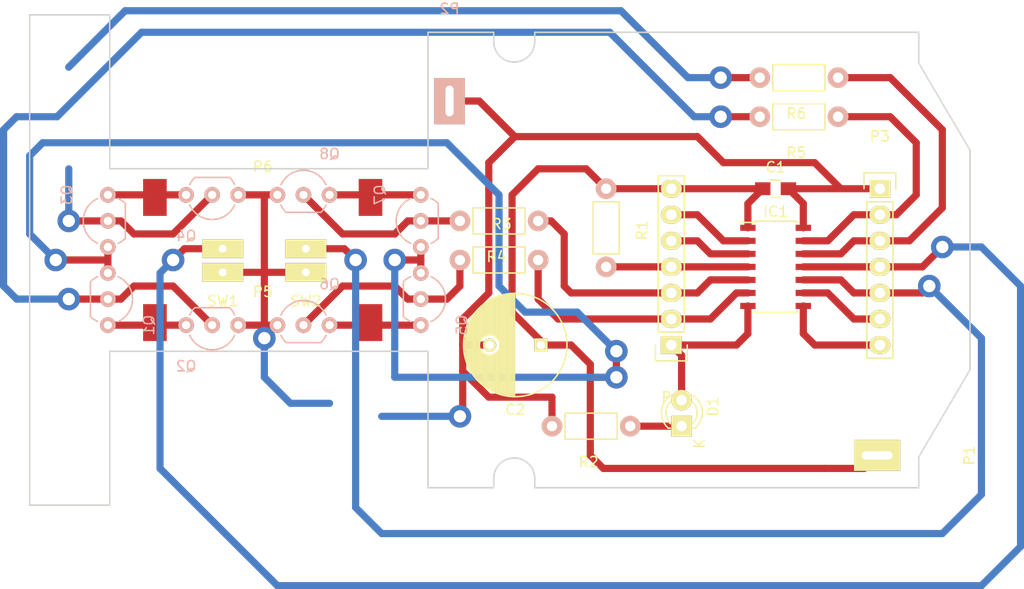
<source format=kicad_pcb>
(kicad_pcb (version 4) (host pcbnew 4.0.2+dfsg1-stable)

  (general
    (links 57)
    (no_connects 2)
    (area 61.209999 50.975 161.770002 109.300002)
    (thickness 1.6)
    (drawings 24)
    (tracks 226)
    (zones 0)
    (modules 26)
    (nets 24)
  )

  (page A4)
  (layers
    (0 F.Cu signal)
    (31 B.Cu jumper)
    (32 B.Adhes user)
    (33 F.Adhes user)
    (34 B.Paste user)
    (35 F.Paste user)
    (36 B.SilkS user)
    (37 F.SilkS user)
    (38 B.Mask user)
    (39 F.Mask user)
    (40 Dwgs.User user)
    (41 Cmts.User user)
    (42 Eco1.User user)
    (43 Eco2.User user)
    (44 Edge.Cuts user)
    (45 Margin user)
    (46 B.CrtYd user)
    (47 F.CrtYd user)
    (48 B.Fab user)
    (49 F.Fab user)
  )

  (setup
    (last_trace_width 0.7)
    (trace_clearance 0.4)
    (zone_clearance 0.508)
    (zone_45_only no)
    (trace_min 0.2)
    (segment_width 0.2)
    (edge_width 0.15)
    (via_size 2.2)
    (via_drill 1.2)
    (via_min_size 0.4)
    (via_min_drill 0.3)
    (uvia_size 0.3)
    (uvia_drill 0.1)
    (uvias_allowed no)
    (uvia_min_size 0.2)
    (uvia_min_drill 0.1)
    (pcb_text_width 0.3)
    (pcb_text_size 1.5 1.5)
    (mod_edge_width 0.15)
    (mod_text_size 1 1)
    (mod_text_width 0.15)
    (pad_size 1.524 1.524)
    (pad_drill 0.762)
    (pad_to_mask_clearance 0.2)
    (aux_axis_origin 64.5 76.8)
    (grid_origin 64.5 76.8)
    (visible_elements FFFEFF7F)
    (pcbplotparams
      (layerselection 0x01000_00000001)
      (usegerberextensions false)
      (excludeedgelayer true)
      (linewidth 0.100000)
      (plotframeref false)
      (viasonmask false)
      (mode 1)
      (useauxorigin true)
      (hpglpennumber 1)
      (hpglpenspeed 20)
      (hpglpendiameter 15)
      (hpglpenoverlay 2)
      (psnegative false)
      (psa4output false)
      (plotreference true)
      (plotvalue true)
      (plotinvisibletext false)
      (padsonsilk false)
      (subtractmaskfromsilk false)
      (outputformat 1)
      (mirror false)
      (drillshape 0)
      (scaleselection 1)
      (outputdirectory gerber/))
  )

  (net 0 "")
  (net 1 VCC)
  (net 2 GND)
  (net 3 "Net-(D1-Pad1)")
  (net 4 /LED)
  (net 5 "Net-(IC1-Pad2)")
  (net 6 "Net-(IC1-Pad3)")
  (net 7 "Net-(IC1-Pad4)")
  (net 8 /MOT2A)
  (net 9 /MOT1A)
  (net 10 "Net-(IC1-Pad8)")
  (net 11 /SW_BUMP)
  (net 12 /SW_PLAY)
  (net 13 /SW_PWR)
  (net 14 /MOT2B)
  (net 15 /MOT1B)
  (net 16 "Net-(Q1-Pad2)")
  (net 17 "Net-(P5-Pad2)")
  (net 18 "Net-(Q3-Pad2)")
  (net 19 "Net-(P6-Pad2)")
  (net 20 "Net-(Q5-Pad2)")
  (net 21 "Net-(P5-Pad1)")
  (net 22 "Net-(Q7-Pad2)")
  (net 23 "Net-(P6-Pad1)")

  (net_class Default "This is the default net class."
    (clearance 0.4)
    (trace_width 0.7)
    (via_dia 2.2)
    (via_drill 1.2)
    (uvia_dia 0.3)
    (uvia_drill 0.1)
    (add_net /LED)
    (add_net /MOT1A)
    (add_net /MOT1B)
    (add_net /MOT2A)
    (add_net /MOT2B)
    (add_net /SW_BUMP)
    (add_net /SW_PLAY)
    (add_net /SW_PWR)
    (add_net GND)
    (add_net "Net-(D1-Pad1)")
    (add_net "Net-(IC1-Pad2)")
    (add_net "Net-(IC1-Pad3)")
    (add_net "Net-(IC1-Pad4)")
    (add_net "Net-(IC1-Pad8)")
    (add_net "Net-(P5-Pad1)")
    (add_net "Net-(P5-Pad2)")
    (add_net "Net-(P6-Pad1)")
    (add_net "Net-(P6-Pad2)")
    (add_net "Net-(Q1-Pad2)")
    (add_net "Net-(Q3-Pad2)")
    (add_net "Net-(Q5-Pad2)")
    (add_net "Net-(Q7-Pad2)")
    (add_net VCC)
  )

  (module Pin_Headers:Pin_Header_Straight_1x07 (layer F.Cu) (tedit 0) (tstamp 571F6CB5)
    (at 127 85.09 180)
    (descr "Through hole pin header")
    (tags "pin header")
    (path /571F89D0)
    (fp_text reference P4 (at 0 -5.1 180) (layer F.SilkS)
      (effects (font (size 1 1) (thickness 0.15)))
    )
    (fp_text value CONN_01X07 (at 0 -3.1 180) (layer F.Fab)
      (effects (font (size 1 1) (thickness 0.15)))
    )
    (fp_line (start -1.75 -1.75) (end -1.75 17) (layer F.CrtYd) (width 0.05))
    (fp_line (start 1.75 -1.75) (end 1.75 17) (layer F.CrtYd) (width 0.05))
    (fp_line (start -1.75 -1.75) (end 1.75 -1.75) (layer F.CrtYd) (width 0.05))
    (fp_line (start -1.75 17) (end 1.75 17) (layer F.CrtYd) (width 0.05))
    (fp_line (start 1.27 1.27) (end 1.27 16.51) (layer F.SilkS) (width 0.15))
    (fp_line (start 1.27 16.51) (end -1.27 16.51) (layer F.SilkS) (width 0.15))
    (fp_line (start -1.27 16.51) (end -1.27 1.27) (layer F.SilkS) (width 0.15))
    (fp_line (start 1.55 -1.55) (end 1.55 0) (layer F.SilkS) (width 0.15))
    (fp_line (start 1.27 1.27) (end -1.27 1.27) (layer F.SilkS) (width 0.15))
    (fp_line (start -1.55 0) (end -1.55 -1.55) (layer F.SilkS) (width 0.15))
    (fp_line (start -1.55 -1.55) (end 1.55 -1.55) (layer F.SilkS) (width 0.15))
    (pad 1 thru_hole rect (at 0 0 180) (size 2.032 1.7272) (drill 1.016) (layers *.Cu *.Mask F.SilkS)
      (net 4 /LED))
    (pad 2 thru_hole oval (at 0 2.54 180) (size 2.032 1.7272) (drill 1.016) (layers *.Cu *.Mask F.SilkS)
      (net 9 /MOT1A))
    (pad 3 thru_hole oval (at 0 5.08 180) (size 2.032 1.7272) (drill 1.016) (layers *.Cu *.Mask F.SilkS)
      (net 8 /MOT2A))
    (pad 4 thru_hole oval (at 0 7.62 180) (size 2.032 1.7272) (drill 1.016) (layers *.Cu *.Mask F.SilkS)
      (net 7 "Net-(IC1-Pad4)"))
    (pad 5 thru_hole oval (at 0 10.16 180) (size 2.032 1.7272) (drill 1.016) (layers *.Cu *.Mask F.SilkS)
      (net 6 "Net-(IC1-Pad3)"))
    (pad 6 thru_hole oval (at 0 12.7 180) (size 2.032 1.7272) (drill 1.016) (layers *.Cu *.Mask F.SilkS)
      (net 5 "Net-(IC1-Pad2)"))
    (pad 7 thru_hole oval (at 0 15.24 180) (size 2.032 1.7272) (drill 1.016) (layers *.Cu *.Mask F.SilkS)
      (net 1 VCC))
    (model Pin_Headers.3dshapes/Pin_Header_Straight_1x07.wrl
      (at (xyz 0 -0.3 0))
      (scale (xyz 1 1 1))
      (rotate (xyz 0 0 90))
    )
  )

  (module Capacitors_SMD:C_0805_HandSoldering (layer F.Cu) (tedit 541A9B8D) (tstamp 571F6C81)
    (at 137.16 69.85)
    (descr "Capacitor SMD 0805, hand soldering")
    (tags "capacitor 0805")
    (path /571F67A4)
    (attr smd)
    (fp_text reference C1 (at 0 -2.1) (layer F.SilkS)
      (effects (font (size 1 1) (thickness 0.15)))
    )
    (fp_text value 100n (at 0 2.1) (layer F.Fab)
      (effects (font (size 1 1) (thickness 0.15)))
    )
    (fp_line (start -2.3 -1) (end 2.3 -1) (layer F.CrtYd) (width 0.05))
    (fp_line (start -2.3 1) (end 2.3 1) (layer F.CrtYd) (width 0.05))
    (fp_line (start -2.3 -1) (end -2.3 1) (layer F.CrtYd) (width 0.05))
    (fp_line (start 2.3 -1) (end 2.3 1) (layer F.CrtYd) (width 0.05))
    (fp_line (start 0.5 -0.85) (end -0.5 -0.85) (layer F.SilkS) (width 0.15))
    (fp_line (start -0.5 0.85) (end 0.5 0.85) (layer F.SilkS) (width 0.15))
    (pad 1 smd rect (at -1.25 0) (size 1.5 1.25) (layers F.Cu F.Paste F.Mask)
      (net 1 VCC))
    (pad 2 smd rect (at 1.25 0) (size 1.5 1.25) (layers F.Cu F.Paste F.Mask)
      (net 2 GND))
    (model Capacitors_SMD.3dshapes/C_0805_HandSoldering.wrl
      (at (xyz 0 0 0))
      (scale (xyz 1 1 1))
      (rotate (xyz 0 0 0))
    )
  )

  (module Capacitors_ThroughHole:C_Radial_D10_L16_P5 (layer F.Cu) (tedit 0) (tstamp 571F6C87)
    (at 114.3 85.09 180)
    (descr "Radial Electrolytic Capacitor 10mm x Length 16mm, Pitch 5mm")
    (tags "Electrolytic Capacitor")
    (path /571F6898)
    (fp_text reference C2 (at 2.5 -6.3 180) (layer F.SilkS)
      (effects (font (size 1 1) (thickness 0.15)))
    )
    (fp_text value CP1 (at 2.5 6.3 180) (layer F.Fab)
      (effects (font (size 1 1) (thickness 0.15)))
    )
    (fp_line (start 2.575 -4.999) (end 2.575 4.999) (layer F.SilkS) (width 0.15))
    (fp_line (start 2.715 -4.995) (end 2.715 4.995) (layer F.SilkS) (width 0.15))
    (fp_line (start 2.855 -4.987) (end 2.855 4.987) (layer F.SilkS) (width 0.15))
    (fp_line (start 2.995 -4.975) (end 2.995 4.975) (layer F.SilkS) (width 0.15))
    (fp_line (start 3.135 -4.96) (end 3.135 4.96) (layer F.SilkS) (width 0.15))
    (fp_line (start 3.275 -4.94) (end 3.275 4.94) (layer F.SilkS) (width 0.15))
    (fp_line (start 3.415 -4.916) (end 3.415 4.916) (layer F.SilkS) (width 0.15))
    (fp_line (start 3.555 -4.887) (end 3.555 4.887) (layer F.SilkS) (width 0.15))
    (fp_line (start 3.695 -4.855) (end 3.695 4.855) (layer F.SilkS) (width 0.15))
    (fp_line (start 3.835 -4.818) (end 3.835 4.818) (layer F.SilkS) (width 0.15))
    (fp_line (start 3.975 -4.777) (end 3.975 4.777) (layer F.SilkS) (width 0.15))
    (fp_line (start 4.115 -4.732) (end 4.115 -0.466) (layer F.SilkS) (width 0.15))
    (fp_line (start 4.115 0.466) (end 4.115 4.732) (layer F.SilkS) (width 0.15))
    (fp_line (start 4.255 -4.682) (end 4.255 -0.667) (layer F.SilkS) (width 0.15))
    (fp_line (start 4.255 0.667) (end 4.255 4.682) (layer F.SilkS) (width 0.15))
    (fp_line (start 4.395 -4.627) (end 4.395 -0.796) (layer F.SilkS) (width 0.15))
    (fp_line (start 4.395 0.796) (end 4.395 4.627) (layer F.SilkS) (width 0.15))
    (fp_line (start 4.535 -4.567) (end 4.535 -0.885) (layer F.SilkS) (width 0.15))
    (fp_line (start 4.535 0.885) (end 4.535 4.567) (layer F.SilkS) (width 0.15))
    (fp_line (start 4.675 -4.502) (end 4.675 -0.946) (layer F.SilkS) (width 0.15))
    (fp_line (start 4.675 0.946) (end 4.675 4.502) (layer F.SilkS) (width 0.15))
    (fp_line (start 4.815 -4.432) (end 4.815 -0.983) (layer F.SilkS) (width 0.15))
    (fp_line (start 4.815 0.983) (end 4.815 4.432) (layer F.SilkS) (width 0.15))
    (fp_line (start 4.955 -4.356) (end 4.955 -0.999) (layer F.SilkS) (width 0.15))
    (fp_line (start 4.955 0.999) (end 4.955 4.356) (layer F.SilkS) (width 0.15))
    (fp_line (start 5.095 -4.274) (end 5.095 -0.995) (layer F.SilkS) (width 0.15))
    (fp_line (start 5.095 0.995) (end 5.095 4.274) (layer F.SilkS) (width 0.15))
    (fp_line (start 5.235 -4.186) (end 5.235 -0.972) (layer F.SilkS) (width 0.15))
    (fp_line (start 5.235 0.972) (end 5.235 4.186) (layer F.SilkS) (width 0.15))
    (fp_line (start 5.375 -4.091) (end 5.375 -0.927) (layer F.SilkS) (width 0.15))
    (fp_line (start 5.375 0.927) (end 5.375 4.091) (layer F.SilkS) (width 0.15))
    (fp_line (start 5.515 -3.989) (end 5.515 -0.857) (layer F.SilkS) (width 0.15))
    (fp_line (start 5.515 0.857) (end 5.515 3.989) (layer F.SilkS) (width 0.15))
    (fp_line (start 5.655 -3.879) (end 5.655 -0.756) (layer F.SilkS) (width 0.15))
    (fp_line (start 5.655 0.756) (end 5.655 3.879) (layer F.SilkS) (width 0.15))
    (fp_line (start 5.795 -3.761) (end 5.795 -0.607) (layer F.SilkS) (width 0.15))
    (fp_line (start 5.795 0.607) (end 5.795 3.761) (layer F.SilkS) (width 0.15))
    (fp_line (start 5.935 -3.633) (end 5.935 -0.355) (layer F.SilkS) (width 0.15))
    (fp_line (start 5.935 0.355) (end 5.935 3.633) (layer F.SilkS) (width 0.15))
    (fp_line (start 6.075 -3.496) (end 6.075 3.496) (layer F.SilkS) (width 0.15))
    (fp_line (start 6.215 -3.346) (end 6.215 3.346) (layer F.SilkS) (width 0.15))
    (fp_line (start 6.355 -3.184) (end 6.355 3.184) (layer F.SilkS) (width 0.15))
    (fp_line (start 6.495 -3.007) (end 6.495 3.007) (layer F.SilkS) (width 0.15))
    (fp_line (start 6.635 -2.811) (end 6.635 2.811) (layer F.SilkS) (width 0.15))
    (fp_line (start 6.775 -2.593) (end 6.775 2.593) (layer F.SilkS) (width 0.15))
    (fp_line (start 6.915 -2.347) (end 6.915 2.347) (layer F.SilkS) (width 0.15))
    (fp_line (start 7.055 -2.062) (end 7.055 2.062) (layer F.SilkS) (width 0.15))
    (fp_line (start 7.195 -1.72) (end 7.195 1.72) (layer F.SilkS) (width 0.15))
    (fp_line (start 7.335 -1.274) (end 7.335 1.274) (layer F.SilkS) (width 0.15))
    (fp_line (start 7.475 -0.499) (end 7.475 0.499) (layer F.SilkS) (width 0.15))
    (fp_circle (center 5 0) (end 5 -1) (layer F.SilkS) (width 0.15))
    (fp_circle (center 2.5 0) (end 2.5 -5.0375) (layer F.SilkS) (width 0.15))
    (fp_circle (center 2.5 0) (end 2.5 -5.3) (layer F.CrtYd) (width 0.05))
    (pad 1 thru_hole rect (at 0 0 180) (size 1.3 1.3) (drill 0.8) (layers *.Cu *.Mask F.SilkS)
      (net 1 VCC))
    (pad 2 thru_hole circle (at 5 0 180) (size 1.3 1.3) (drill 0.8) (layers *.Cu *.Mask F.SilkS)
      (net 2 GND))
    (model Capacitors_ThroughHole.3dshapes/C_Radial_D10_L16_P5.wrl
      (at (xyz 0.0984252 0 0))
      (scale (xyz 1 1 1))
      (rotate (xyz 0 0 90))
    )
  )

  (module LEDs:LED-3MM (layer F.Cu) (tedit 559B82F6) (tstamp 571F6C8D)
    (at 128 93 90)
    (descr "LED 3mm round vertical")
    (tags "LED  3mm round vertical")
    (path /571F9774)
    (fp_text reference D1 (at 1.91 3.06 90) (layer F.SilkS)
      (effects (font (size 1 1) (thickness 0.15)))
    )
    (fp_text value LED (at 1.3 -2.9 90) (layer F.Fab)
      (effects (font (size 1 1) (thickness 0.15)))
    )
    (fp_line (start -1.2 2.3) (end 3.8 2.3) (layer F.CrtYd) (width 0.05))
    (fp_line (start 3.8 2.3) (end 3.8 -2.2) (layer F.CrtYd) (width 0.05))
    (fp_line (start 3.8 -2.2) (end -1.2 -2.2) (layer F.CrtYd) (width 0.05))
    (fp_line (start -1.2 -2.2) (end -1.2 2.3) (layer F.CrtYd) (width 0.05))
    (fp_line (start -0.199 1.314) (end -0.199 1.114) (layer F.SilkS) (width 0.15))
    (fp_line (start -0.199 -1.28) (end -0.199 -1.1) (layer F.SilkS) (width 0.15))
    (fp_arc (start 1.301 0.034) (end -0.199 -1.286) (angle 108.5) (layer F.SilkS) (width 0.15))
    (fp_arc (start 1.301 0.034) (end 0.25 -1.1) (angle 85.7) (layer F.SilkS) (width 0.15))
    (fp_arc (start 1.311 0.034) (end 3.051 0.994) (angle 110) (layer F.SilkS) (width 0.15))
    (fp_arc (start 1.301 0.034) (end 2.335 1.094) (angle 87.5) (layer F.SilkS) (width 0.15))
    (fp_text user K (at -1.69 1.74 90) (layer F.SilkS)
      (effects (font (size 1 1) (thickness 0.15)))
    )
    (pad 1 thru_hole rect (at 0 0 180) (size 2 2) (drill 1.00076) (layers *.Cu *.Mask F.SilkS)
      (net 3 "Net-(D1-Pad1)"))
    (pad 2 thru_hole circle (at 2.54 0 90) (size 2 2) (drill 1.00076) (layers *.Cu *.Mask F.SilkS)
      (net 4 /LED))
    (model LEDs.3dshapes/LED-3MM.wrl
      (at (xyz 0.05 0 0))
      (scale (xyz 1 1 1))
      (rotate (xyz 0 0 90))
    )
  )

  (module Housings_SOIC:SOIC-14_3.9x8.7mm_Pitch1.27mm (layer F.Cu) (tedit 54130A77) (tstamp 571F6C9F)
    (at 137.16 77.47)
    (descr "14-Lead Plastic Small Outline (SL) - Narrow, 3.90 mm Body [SOIC] (see Microchip Packaging Specification 00000049BS.pdf)")
    (tags "SOIC 1.27")
    (path /571F672E)
    (attr smd)
    (fp_text reference IC1 (at 0 -5.375) (layer F.SilkS)
      (effects (font (size 1 1) (thickness 0.15)))
    )
    (fp_text value ATTINY84-S (at 0 5.375) (layer F.Fab)
      (effects (font (size 1 1) (thickness 0.15)))
    )
    (fp_line (start -3.7 -4.65) (end -3.7 4.65) (layer F.CrtYd) (width 0.05))
    (fp_line (start 3.7 -4.65) (end 3.7 4.65) (layer F.CrtYd) (width 0.05))
    (fp_line (start -3.7 -4.65) (end 3.7 -4.65) (layer F.CrtYd) (width 0.05))
    (fp_line (start -3.7 4.65) (end 3.7 4.65) (layer F.CrtYd) (width 0.05))
    (fp_line (start -2.075 -4.45) (end -2.075 -4.335) (layer F.SilkS) (width 0.15))
    (fp_line (start 2.075 -4.45) (end 2.075 -4.335) (layer F.SilkS) (width 0.15))
    (fp_line (start 2.075 4.45) (end 2.075 4.335) (layer F.SilkS) (width 0.15))
    (fp_line (start -2.075 4.45) (end -2.075 4.335) (layer F.SilkS) (width 0.15))
    (fp_line (start -2.075 -4.45) (end 2.075 -4.45) (layer F.SilkS) (width 0.15))
    (fp_line (start -2.075 4.45) (end 2.075 4.45) (layer F.SilkS) (width 0.15))
    (fp_line (start -2.075 -4.335) (end -3.45 -4.335) (layer F.SilkS) (width 0.15))
    (pad 1 smd rect (at -2.7 -3.81) (size 1.5 0.6) (layers F.Cu F.Paste F.Mask)
      (net 1 VCC))
    (pad 2 smd rect (at -2.7 -2.54) (size 1.5 0.6) (layers F.Cu F.Paste F.Mask)
      (net 5 "Net-(IC1-Pad2)"))
    (pad 3 smd rect (at -2.7 -1.27) (size 1.5 0.6) (layers F.Cu F.Paste F.Mask)
      (net 6 "Net-(IC1-Pad3)"))
    (pad 4 smd rect (at -2.7 0) (size 1.5 0.6) (layers F.Cu F.Paste F.Mask)
      (net 7 "Net-(IC1-Pad4)"))
    (pad 5 smd rect (at -2.7 1.27) (size 1.5 0.6) (layers F.Cu F.Paste F.Mask)
      (net 8 /MOT2A))
    (pad 6 smd rect (at -2.7 2.54) (size 1.5 0.6) (layers F.Cu F.Paste F.Mask)
      (net 9 /MOT1A))
    (pad 7 smd rect (at -2.7 3.81) (size 1.5 0.6) (layers F.Cu F.Paste F.Mask)
      (net 4 /LED))
    (pad 8 smd rect (at 2.7 3.81) (size 1.5 0.6) (layers F.Cu F.Paste F.Mask)
      (net 10 "Net-(IC1-Pad8)"))
    (pad 9 smd rect (at 2.7 2.54) (size 1.5 0.6) (layers F.Cu F.Paste F.Mask)
      (net 11 /SW_BUMP))
    (pad 10 smd rect (at 2.7 1.27) (size 1.5 0.6) (layers F.Cu F.Paste F.Mask)
      (net 12 /SW_PLAY))
    (pad 11 smd rect (at 2.7 0) (size 1.5 0.6) (layers F.Cu F.Paste F.Mask)
      (net 13 /SW_PWR))
    (pad 12 smd rect (at 2.7 -1.27) (size 1.5 0.6) (layers F.Cu F.Paste F.Mask)
      (net 14 /MOT2B))
    (pad 13 smd rect (at 2.7 -2.54) (size 1.5 0.6) (layers F.Cu F.Paste F.Mask)
      (net 15 /MOT1B))
    (pad 14 smd rect (at 2.7 -3.81) (size 1.5 0.6) (layers F.Cu F.Paste F.Mask)
      (net 2 GND))
    (model Housings_SOIC.3dshapes/SOIC-14_3.9x8.7mm_Pitch1.27mm.wrl
      (at (xyz 0 0 0))
      (scale (xyz 1 1 1))
      (rotate (xyz 0 0 0))
    )
  )

  (module Pin_Headers:Pin_Header_Straight_1x07 (layer F.Cu) (tedit 0) (tstamp 571F6CAA)
    (at 147.32 69.85)
    (descr "Through hole pin header")
    (tags "pin header")
    (path /571F8405)
    (fp_text reference P3 (at 0 -5.1) (layer F.SilkS)
      (effects (font (size 1 1) (thickness 0.15)))
    )
    (fp_text value CONN_01X07 (at 0 -3.1) (layer F.Fab)
      (effects (font (size 1 1) (thickness 0.15)))
    )
    (fp_line (start -1.75 -1.75) (end -1.75 17) (layer F.CrtYd) (width 0.05))
    (fp_line (start 1.75 -1.75) (end 1.75 17) (layer F.CrtYd) (width 0.05))
    (fp_line (start -1.75 -1.75) (end 1.75 -1.75) (layer F.CrtYd) (width 0.05))
    (fp_line (start -1.75 17) (end 1.75 17) (layer F.CrtYd) (width 0.05))
    (fp_line (start 1.27 1.27) (end 1.27 16.51) (layer F.SilkS) (width 0.15))
    (fp_line (start 1.27 16.51) (end -1.27 16.51) (layer F.SilkS) (width 0.15))
    (fp_line (start -1.27 16.51) (end -1.27 1.27) (layer F.SilkS) (width 0.15))
    (fp_line (start 1.55 -1.55) (end 1.55 0) (layer F.SilkS) (width 0.15))
    (fp_line (start 1.27 1.27) (end -1.27 1.27) (layer F.SilkS) (width 0.15))
    (fp_line (start -1.55 0) (end -1.55 -1.55) (layer F.SilkS) (width 0.15))
    (fp_line (start -1.55 -1.55) (end 1.55 -1.55) (layer F.SilkS) (width 0.15))
    (pad 1 thru_hole rect (at 0 0) (size 2.032 1.7272) (drill 1.016) (layers *.Cu *.Mask F.SilkS)
      (net 2 GND))
    (pad 2 thru_hole oval (at 0 2.54) (size 2.032 1.7272) (drill 1.016) (layers *.Cu *.Mask F.SilkS)
      (net 15 /MOT1B))
    (pad 3 thru_hole oval (at 0 5.08) (size 2.032 1.7272) (drill 1.016) (layers *.Cu *.Mask F.SilkS)
      (net 14 /MOT2B))
    (pad 4 thru_hole oval (at 0 7.62) (size 2.032 1.7272) (drill 1.016) (layers *.Cu *.Mask F.SilkS)
      (net 13 /SW_PWR))
    (pad 5 thru_hole oval (at 0 10.16) (size 2.032 1.7272) (drill 1.016) (layers *.Cu *.Mask F.SilkS)
      (net 12 /SW_PLAY))
    (pad 6 thru_hole oval (at 0 12.7) (size 2.032 1.7272) (drill 1.016) (layers *.Cu *.Mask F.SilkS)
      (net 11 /SW_BUMP))
    (pad 7 thru_hole oval (at 0 15.24) (size 2.032 1.7272) (drill 1.016) (layers *.Cu *.Mask F.SilkS)
      (net 10 "Net-(IC1-Pad8)"))
    (model Pin_Headers.3dshapes/Pin_Header_Straight_1x07.wrl
      (at (xyz 0 -0.3 0))
      (scale (xyz 1 1 1))
      (rotate (xyz 0 0 90))
    )
  )

  (module TO_SOT_Packages_THT:TO-92_Inline_Wide (layer B.Cu) (tedit 54F242B4) (tstamp 571F6CBC)
    (at 72.12 83.15 90)
    (descr "TO-92 leads in-line, wide, drill 0.8mm (see NXP sot054_po.pdf)")
    (tags "to-92 sc-43 sc-43a sot54 PA33 transistor")
    (path /571F6987)
    (fp_text reference Q1 (at 0 4 270) (layer B.SilkS)
      (effects (font (size 1 1) (thickness 0.15)) (justify mirror))
    )
    (fp_text value 2N3904 (at 0 -3 90) (layer B.Fab)
      (effects (font (size 1 1) (thickness 0.15)) (justify mirror))
    )
    (fp_arc (start 2.54 0) (end 0.84 -1.7) (angle -20.5) (layer B.SilkS) (width 0.15))
    (fp_arc (start 2.54 0) (end 4.24 -1.7) (angle 20.5) (layer B.SilkS) (width 0.15))
    (fp_line (start -1 -1.95) (end -1 2.65) (layer B.CrtYd) (width 0.05))
    (fp_line (start -1 -1.95) (end 6.1 -1.95) (layer B.CrtYd) (width 0.05))
    (fp_line (start 0.84 -1.7) (end 4.24 -1.7) (layer B.SilkS) (width 0.15))
    (fp_arc (start 2.54 0) (end 2.54 2.4) (angle 65.55604127) (layer B.SilkS) (width 0.15))
    (fp_arc (start 2.54 0) (end 2.54 2.4) (angle -65.55604127) (layer B.SilkS) (width 0.15))
    (fp_line (start -1 2.65) (end 6.1 2.65) (layer B.CrtYd) (width 0.05))
    (fp_line (start 6.1 -1.95) (end 6.1 2.65) (layer B.CrtYd) (width 0.05))
    (pad 2 thru_hole circle (at 2.54 0) (size 1.524 1.524) (drill 0.8) (layers *.Cu *.Mask B.SilkS)
      (net 16 "Net-(Q1-Pad2)"))
    (pad 3 thru_hole circle (at 5.08 0) (size 1.524 1.524) (drill 0.8) (layers *.Cu *.Mask B.SilkS)
      (net 1 VCC))
    (pad 1 thru_hole circle (at 0 0) (size 1.524 1.524) (drill 0.8) (layers *.Cu *.Mask B.SilkS)
      (net 17 "Net-(P5-Pad2)"))
    (model TO_SOT_Packages_THT.3dshapes/TO-92_Inline_Wide.wrl
      (at (xyz 0.1 0 0))
      (scale (xyz 1 1 1))
      (rotate (xyz 0 0 -90))
    )
  )

  (module TO_SOT_Packages_THT:TO-92_Inline_Wide (layer B.Cu) (tedit 54F242B4) (tstamp 571F6CC3)
    (at 79.74 83.15)
    (descr "TO-92 leads in-line, wide, drill 0.8mm (see NXP sot054_po.pdf)")
    (tags "to-92 sc-43 sc-43a sot54 PA33 transistor")
    (path /571F69BC)
    (fp_text reference Q2 (at 0 4 180) (layer B.SilkS)
      (effects (font (size 1 1) (thickness 0.15)) (justify mirror))
    )
    (fp_text value 2N3906 (at 0 -3) (layer B.Fab)
      (effects (font (size 1 1) (thickness 0.15)) (justify mirror))
    )
    (fp_arc (start 2.54 0) (end 0.84 -1.7) (angle -20.5) (layer B.SilkS) (width 0.15))
    (fp_arc (start 2.54 0) (end 4.24 -1.7) (angle 20.5) (layer B.SilkS) (width 0.15))
    (fp_line (start -1 -1.95) (end -1 2.65) (layer B.CrtYd) (width 0.05))
    (fp_line (start -1 -1.95) (end 6.1 -1.95) (layer B.CrtYd) (width 0.05))
    (fp_line (start 0.84 -1.7) (end 4.24 -1.7) (layer B.SilkS) (width 0.15))
    (fp_arc (start 2.54 0) (end 2.54 2.4) (angle 65.55604127) (layer B.SilkS) (width 0.15))
    (fp_arc (start 2.54 0) (end 2.54 2.4) (angle -65.55604127) (layer B.SilkS) (width 0.15))
    (fp_line (start -1 2.65) (end 6.1 2.65) (layer B.CrtYd) (width 0.05))
    (fp_line (start 6.1 -1.95) (end 6.1 2.65) (layer B.CrtYd) (width 0.05))
    (pad 2 thru_hole circle (at 2.54 0 270) (size 1.524 1.524) (drill 0.8) (layers *.Cu *.Mask B.SilkS)
      (net 16 "Net-(Q1-Pad2)"))
    (pad 3 thru_hole circle (at 5.08 0 270) (size 1.524 1.524) (drill 0.8) (layers *.Cu *.Mask B.SilkS)
      (net 2 GND))
    (pad 1 thru_hole circle (at 0 0 270) (size 1.524 1.524) (drill 0.8) (layers *.Cu *.Mask B.SilkS)
      (net 17 "Net-(P5-Pad2)"))
    (model TO_SOT_Packages_THT.3dshapes/TO-92_Inline_Wide.wrl
      (at (xyz 0.1 0 0))
      (scale (xyz 1 1 1))
      (rotate (xyz 0 0 -90))
    )
  )

  (module TO_SOT_Packages_THT:TO-92_Inline_Wide (layer B.Cu) (tedit 54F242B4) (tstamp 571F6CCA)
    (at 72.12 70.45 270)
    (descr "TO-92 leads in-line, wide, drill 0.8mm (see NXP sot054_po.pdf)")
    (tags "to-92 sc-43 sc-43a sot54 PA33 transistor")
    (path /571F75E0)
    (fp_text reference Q3 (at 0 4 450) (layer B.SilkS)
      (effects (font (size 1 1) (thickness 0.15)) (justify mirror))
    )
    (fp_text value 2N3904 (at 0 -3 270) (layer B.Fab)
      (effects (font (size 1 1) (thickness 0.15)) (justify mirror))
    )
    (fp_arc (start 2.54 0) (end 0.84 -1.7) (angle -20.5) (layer B.SilkS) (width 0.15))
    (fp_arc (start 2.54 0) (end 4.24 -1.7) (angle 20.5) (layer B.SilkS) (width 0.15))
    (fp_line (start -1 -1.95) (end -1 2.65) (layer B.CrtYd) (width 0.05))
    (fp_line (start -1 -1.95) (end 6.1 -1.95) (layer B.CrtYd) (width 0.05))
    (fp_line (start 0.84 -1.7) (end 4.24 -1.7) (layer B.SilkS) (width 0.15))
    (fp_arc (start 2.54 0) (end 2.54 2.4) (angle 65.55604127) (layer B.SilkS) (width 0.15))
    (fp_arc (start 2.54 0) (end 2.54 2.4) (angle -65.55604127) (layer B.SilkS) (width 0.15))
    (fp_line (start -1 2.65) (end 6.1 2.65) (layer B.CrtYd) (width 0.05))
    (fp_line (start 6.1 -1.95) (end 6.1 2.65) (layer B.CrtYd) (width 0.05))
    (pad 2 thru_hole circle (at 2.54 0 180) (size 1.524 1.524) (drill 0.8) (layers *.Cu *.Mask B.SilkS)
      (net 18 "Net-(Q3-Pad2)"))
    (pad 3 thru_hole circle (at 5.08 0 180) (size 1.524 1.524) (drill 0.8) (layers *.Cu *.Mask B.SilkS)
      (net 1 VCC))
    (pad 1 thru_hole circle (at 0 0 180) (size 1.524 1.524) (drill 0.8) (layers *.Cu *.Mask B.SilkS)
      (net 19 "Net-(P6-Pad2)"))
    (model TO_SOT_Packages_THT.3dshapes/TO-92_Inline_Wide.wrl
      (at (xyz 0.1 0 0))
      (scale (xyz 1 1 1))
      (rotate (xyz 0 0 -90))
    )
  )

  (module TO_SOT_Packages_THT:TO-92_Inline_Wide (layer B.Cu) (tedit 54F242B4) (tstamp 571F6CD1)
    (at 79.74 70.45)
    (descr "TO-92 leads in-line, wide, drill 0.8mm (see NXP sot054_po.pdf)")
    (tags "to-92 sc-43 sc-43a sot54 PA33 transistor")
    (path /571F75E6)
    (fp_text reference Q4 (at 0 4 180) (layer B.SilkS)
      (effects (font (size 1 1) (thickness 0.15)) (justify mirror))
    )
    (fp_text value 2N3906 (at 0 -3) (layer B.Fab)
      (effects (font (size 1 1) (thickness 0.15)) (justify mirror))
    )
    (fp_arc (start 2.54 0) (end 0.84 -1.7) (angle -20.5) (layer B.SilkS) (width 0.15))
    (fp_arc (start 2.54 0) (end 4.24 -1.7) (angle 20.5) (layer B.SilkS) (width 0.15))
    (fp_line (start -1 -1.95) (end -1 2.65) (layer B.CrtYd) (width 0.05))
    (fp_line (start -1 -1.95) (end 6.1 -1.95) (layer B.CrtYd) (width 0.05))
    (fp_line (start 0.84 -1.7) (end 4.24 -1.7) (layer B.SilkS) (width 0.15))
    (fp_arc (start 2.54 0) (end 2.54 2.4) (angle 65.55604127) (layer B.SilkS) (width 0.15))
    (fp_arc (start 2.54 0) (end 2.54 2.4) (angle -65.55604127) (layer B.SilkS) (width 0.15))
    (fp_line (start -1 2.65) (end 6.1 2.65) (layer B.CrtYd) (width 0.05))
    (fp_line (start 6.1 -1.95) (end 6.1 2.65) (layer B.CrtYd) (width 0.05))
    (pad 2 thru_hole circle (at 2.54 0 270) (size 1.524 1.524) (drill 0.8) (layers *.Cu *.Mask B.SilkS)
      (net 18 "Net-(Q3-Pad2)"))
    (pad 3 thru_hole circle (at 5.08 0 270) (size 1.524 1.524) (drill 0.8) (layers *.Cu *.Mask B.SilkS)
      (net 2 GND))
    (pad 1 thru_hole circle (at 0 0 270) (size 1.524 1.524) (drill 0.8) (layers *.Cu *.Mask B.SilkS)
      (net 19 "Net-(P6-Pad2)"))
    (model TO_SOT_Packages_THT.3dshapes/TO-92_Inline_Wide.wrl
      (at (xyz 0.1 0 0))
      (scale (xyz 1 1 1))
      (rotate (xyz 0 0 -90))
    )
  )

  (module TO_SOT_Packages_THT:TO-92_Inline_Wide (layer B.Cu) (tedit 54F242B4) (tstamp 571F6CD8)
    (at 102.6 83.15 90)
    (descr "TO-92 leads in-line, wide, drill 0.8mm (see NXP sot054_po.pdf)")
    (tags "to-92 sc-43 sc-43a sot54 PA33 transistor")
    (path /571F6ECA)
    (fp_text reference Q5 (at 0 4 270) (layer B.SilkS)
      (effects (font (size 1 1) (thickness 0.15)) (justify mirror))
    )
    (fp_text value 2N3904 (at 0 -3 90) (layer B.Fab)
      (effects (font (size 1 1) (thickness 0.15)) (justify mirror))
    )
    (fp_arc (start 2.54 0) (end 0.84 -1.7) (angle -20.5) (layer B.SilkS) (width 0.15))
    (fp_arc (start 2.54 0) (end 4.24 -1.7) (angle 20.5) (layer B.SilkS) (width 0.15))
    (fp_line (start -1 -1.95) (end -1 2.65) (layer B.CrtYd) (width 0.05))
    (fp_line (start -1 -1.95) (end 6.1 -1.95) (layer B.CrtYd) (width 0.05))
    (fp_line (start 0.84 -1.7) (end 4.24 -1.7) (layer B.SilkS) (width 0.15))
    (fp_arc (start 2.54 0) (end 2.54 2.4) (angle 65.55604127) (layer B.SilkS) (width 0.15))
    (fp_arc (start 2.54 0) (end 2.54 2.4) (angle -65.55604127) (layer B.SilkS) (width 0.15))
    (fp_line (start -1 2.65) (end 6.1 2.65) (layer B.CrtYd) (width 0.05))
    (fp_line (start 6.1 -1.95) (end 6.1 2.65) (layer B.CrtYd) (width 0.05))
    (pad 2 thru_hole circle (at 2.54 0) (size 1.524 1.524) (drill 0.8) (layers *.Cu *.Mask B.SilkS)
      (net 20 "Net-(Q5-Pad2)"))
    (pad 3 thru_hole circle (at 5.08 0) (size 1.524 1.524) (drill 0.8) (layers *.Cu *.Mask B.SilkS)
      (net 1 VCC))
    (pad 1 thru_hole circle (at 0 0) (size 1.524 1.524) (drill 0.8) (layers *.Cu *.Mask B.SilkS)
      (net 21 "Net-(P5-Pad1)"))
    (model TO_SOT_Packages_THT.3dshapes/TO-92_Inline_Wide.wrl
      (at (xyz 0.1 0 0))
      (scale (xyz 1 1 1))
      (rotate (xyz 0 0 -90))
    )
  )

  (module TO_SOT_Packages_THT:TO-92_Inline_Wide (layer B.Cu) (tedit 54F242B4) (tstamp 571F6CDF)
    (at 93.71 83.15 180)
    (descr "TO-92 leads in-line, wide, drill 0.8mm (see NXP sot054_po.pdf)")
    (tags "to-92 sc-43 sc-43a sot54 PA33 transistor")
    (path /571F6ED0)
    (fp_text reference Q6 (at 0 4 360) (layer B.SilkS)
      (effects (font (size 1 1) (thickness 0.15)) (justify mirror))
    )
    (fp_text value 2N3906 (at 0 -3 180) (layer B.Fab)
      (effects (font (size 1 1) (thickness 0.15)) (justify mirror))
    )
    (fp_arc (start 2.54 0) (end 0.84 -1.7) (angle -20.5) (layer B.SilkS) (width 0.15))
    (fp_arc (start 2.54 0) (end 4.24 -1.7) (angle 20.5) (layer B.SilkS) (width 0.15))
    (fp_line (start -1 -1.95) (end -1 2.65) (layer B.CrtYd) (width 0.05))
    (fp_line (start -1 -1.95) (end 6.1 -1.95) (layer B.CrtYd) (width 0.05))
    (fp_line (start 0.84 -1.7) (end 4.24 -1.7) (layer B.SilkS) (width 0.15))
    (fp_arc (start 2.54 0) (end 2.54 2.4) (angle 65.55604127) (layer B.SilkS) (width 0.15))
    (fp_arc (start 2.54 0) (end 2.54 2.4) (angle -65.55604127) (layer B.SilkS) (width 0.15))
    (fp_line (start -1 2.65) (end 6.1 2.65) (layer B.CrtYd) (width 0.05))
    (fp_line (start 6.1 -1.95) (end 6.1 2.65) (layer B.CrtYd) (width 0.05))
    (pad 2 thru_hole circle (at 2.54 0 90) (size 1.524 1.524) (drill 0.8) (layers *.Cu *.Mask B.SilkS)
      (net 20 "Net-(Q5-Pad2)"))
    (pad 3 thru_hole circle (at 5.08 0 90) (size 1.524 1.524) (drill 0.8) (layers *.Cu *.Mask B.SilkS)
      (net 2 GND))
    (pad 1 thru_hole circle (at 0 0 90) (size 1.524 1.524) (drill 0.8) (layers *.Cu *.Mask B.SilkS)
      (net 21 "Net-(P5-Pad1)"))
    (model TO_SOT_Packages_THT.3dshapes/TO-92_Inline_Wide.wrl
      (at (xyz 0.1 0 0))
      (scale (xyz 1 1 1))
      (rotate (xyz 0 0 -90))
    )
  )

  (module TO_SOT_Packages_THT:TO-92_Inline_Wide (layer B.Cu) (tedit 54F242B4) (tstamp 571F6CE6)
    (at 102.6 70.45 270)
    (descr "TO-92 leads in-line, wide, drill 0.8mm (see NXP sot054_po.pdf)")
    (tags "to-92 sc-43 sc-43a sot54 PA33 transistor")
    (path /571F7603)
    (fp_text reference Q7 (at 0 4 450) (layer B.SilkS)
      (effects (font (size 1 1) (thickness 0.15)) (justify mirror))
    )
    (fp_text value 2N3904 (at 0 -3 270) (layer B.Fab)
      (effects (font (size 1 1) (thickness 0.15)) (justify mirror))
    )
    (fp_arc (start 2.54 0) (end 0.84 -1.7) (angle -20.5) (layer B.SilkS) (width 0.15))
    (fp_arc (start 2.54 0) (end 4.24 -1.7) (angle 20.5) (layer B.SilkS) (width 0.15))
    (fp_line (start -1 -1.95) (end -1 2.65) (layer B.CrtYd) (width 0.05))
    (fp_line (start -1 -1.95) (end 6.1 -1.95) (layer B.CrtYd) (width 0.05))
    (fp_line (start 0.84 -1.7) (end 4.24 -1.7) (layer B.SilkS) (width 0.15))
    (fp_arc (start 2.54 0) (end 2.54 2.4) (angle 65.55604127) (layer B.SilkS) (width 0.15))
    (fp_arc (start 2.54 0) (end 2.54 2.4) (angle -65.55604127) (layer B.SilkS) (width 0.15))
    (fp_line (start -1 2.65) (end 6.1 2.65) (layer B.CrtYd) (width 0.05))
    (fp_line (start 6.1 -1.95) (end 6.1 2.65) (layer B.CrtYd) (width 0.05))
    (pad 2 thru_hole circle (at 2.54 0 180) (size 1.524 1.524) (drill 0.8) (layers *.Cu *.Mask B.SilkS)
      (net 22 "Net-(Q7-Pad2)"))
    (pad 3 thru_hole circle (at 5.08 0 180) (size 1.524 1.524) (drill 0.8) (layers *.Cu *.Mask B.SilkS)
      (net 1 VCC))
    (pad 1 thru_hole circle (at 0 0 180) (size 1.524 1.524) (drill 0.8) (layers *.Cu *.Mask B.SilkS)
      (net 23 "Net-(P6-Pad1)"))
    (model TO_SOT_Packages_THT.3dshapes/TO-92_Inline_Wide.wrl
      (at (xyz 0.1 0 0))
      (scale (xyz 1 1 1))
      (rotate (xyz 0 0 -90))
    )
  )

  (module TO_SOT_Packages_THT:TO-92_Inline_Wide (layer B.Cu) (tedit 54F242B4) (tstamp 571F6CED)
    (at 93.71 70.45 180)
    (descr "TO-92 leads in-line, wide, drill 0.8mm (see NXP sot054_po.pdf)")
    (tags "to-92 sc-43 sc-43a sot54 PA33 transistor")
    (path /571F7609)
    (fp_text reference Q8 (at 0 4 360) (layer B.SilkS)
      (effects (font (size 1 1) (thickness 0.15)) (justify mirror))
    )
    (fp_text value 2N3906 (at 0 -3 180) (layer B.Fab)
      (effects (font (size 1 1) (thickness 0.15)) (justify mirror))
    )
    (fp_arc (start 2.54 0) (end 0.84 -1.7) (angle -20.5) (layer B.SilkS) (width 0.15))
    (fp_arc (start 2.54 0) (end 4.24 -1.7) (angle 20.5) (layer B.SilkS) (width 0.15))
    (fp_line (start -1 -1.95) (end -1 2.65) (layer B.CrtYd) (width 0.05))
    (fp_line (start -1 -1.95) (end 6.1 -1.95) (layer B.CrtYd) (width 0.05))
    (fp_line (start 0.84 -1.7) (end 4.24 -1.7) (layer B.SilkS) (width 0.15))
    (fp_arc (start 2.54 0) (end 2.54 2.4) (angle 65.55604127) (layer B.SilkS) (width 0.15))
    (fp_arc (start 2.54 0) (end 2.54 2.4) (angle -65.55604127) (layer B.SilkS) (width 0.15))
    (fp_line (start -1 2.65) (end 6.1 2.65) (layer B.CrtYd) (width 0.05))
    (fp_line (start 6.1 -1.95) (end 6.1 2.65) (layer B.CrtYd) (width 0.05))
    (pad 2 thru_hole circle (at 2.54 0 90) (size 1.524 1.524) (drill 0.8) (layers *.Cu *.Mask B.SilkS)
      (net 22 "Net-(Q7-Pad2)"))
    (pad 3 thru_hole circle (at 5.08 0 90) (size 1.524 1.524) (drill 0.8) (layers *.Cu *.Mask B.SilkS)
      (net 2 GND))
    (pad 1 thru_hole circle (at 0 0 90) (size 1.524 1.524) (drill 0.8) (layers *.Cu *.Mask B.SilkS)
      (net 23 "Net-(P6-Pad1)"))
    (model TO_SOT_Packages_THT.3dshapes/TO-92_Inline_Wide.wrl
      (at (xyz 0.1 0 0))
      (scale (xyz 1 1 1))
      (rotate (xyz 0 0 -90))
    )
  )

  (module Resistors_ThroughHole:Resistor_Horizontal_RM7mm (layer F.Cu) (tedit 569FCF07) (tstamp 571F6CF3)
    (at 120.65 69.85 270)
    (descr "Resistor, Axial,  RM 7.62mm, 1/3W,")
    (tags "Resistor Axial RM 7.62mm 1/3W R3")
    (path /571F8FF8)
    (fp_text reference R1 (at 4.05892 -3.50012 270) (layer F.SilkS)
      (effects (font (size 1 1) (thickness 0.15)))
    )
    (fp_text value 10k (at 3.81 3.81 270) (layer F.Fab)
      (effects (font (size 1 1) (thickness 0.15)))
    )
    (fp_line (start -1.25 -1.5) (end 8.85 -1.5) (layer F.CrtYd) (width 0.05))
    (fp_line (start -1.25 1.5) (end -1.25 -1.5) (layer F.CrtYd) (width 0.05))
    (fp_line (start 8.85 -1.5) (end 8.85 1.5) (layer F.CrtYd) (width 0.05))
    (fp_line (start -1.25 1.5) (end 8.85 1.5) (layer F.CrtYd) (width 0.05))
    (fp_line (start 1.27 -1.27) (end 6.35 -1.27) (layer F.SilkS) (width 0.15))
    (fp_line (start 6.35 -1.27) (end 6.35 1.27) (layer F.SilkS) (width 0.15))
    (fp_line (start 6.35 1.27) (end 1.27 1.27) (layer F.SilkS) (width 0.15))
    (fp_line (start 1.27 1.27) (end 1.27 -1.27) (layer F.SilkS) (width 0.15))
    (pad 1 thru_hole circle (at 0 0 270) (size 1.99898 1.99898) (drill 1.00076) (layers *.Cu *.SilkS *.Mask)
      (net 1 VCC))
    (pad 2 thru_hole circle (at 7.62 0 270) (size 1.99898 1.99898) (drill 1.00076) (layers *.Cu *.SilkS *.Mask)
      (net 7 "Net-(IC1-Pad4)"))
  )

  (module Resistors_ThroughHole:Resistor_Horizontal_RM7mm (layer F.Cu) (tedit 569FCF07) (tstamp 571F6CF9)
    (at 123 93 180)
    (descr "Resistor, Axial,  RM 7.62mm, 1/3W,")
    (tags "Resistor Axial RM 7.62mm 1/3W R3")
    (path /571F97E1)
    (fp_text reference R2 (at 4.05892 -3.50012 180) (layer F.SilkS)
      (effects (font (size 1 1) (thickness 0.15)))
    )
    (fp_text value 1k (at 3.81 3.81 180) (layer F.Fab)
      (effects (font (size 1 1) (thickness 0.15)))
    )
    (fp_line (start -1.25 -1.5) (end 8.85 -1.5) (layer F.CrtYd) (width 0.05))
    (fp_line (start -1.25 1.5) (end -1.25 -1.5) (layer F.CrtYd) (width 0.05))
    (fp_line (start 8.85 -1.5) (end 8.85 1.5) (layer F.CrtYd) (width 0.05))
    (fp_line (start -1.25 1.5) (end 8.85 1.5) (layer F.CrtYd) (width 0.05))
    (fp_line (start 1.27 -1.27) (end 6.35 -1.27) (layer F.SilkS) (width 0.15))
    (fp_line (start 6.35 -1.27) (end 6.35 1.27) (layer F.SilkS) (width 0.15))
    (fp_line (start 6.35 1.27) (end 1.27 1.27) (layer F.SilkS) (width 0.15))
    (fp_line (start 1.27 1.27) (end 1.27 -1.27) (layer F.SilkS) (width 0.15))
    (pad 1 thru_hole circle (at 0 0 180) (size 1.99898 1.99898) (drill 1.00076) (layers *.Cu *.SilkS *.Mask)
      (net 3 "Net-(D1-Pad1)"))
    (pad 2 thru_hole circle (at 7.62 0 180) (size 1.99898 1.99898) (drill 1.00076) (layers *.Cu *.SilkS *.Mask)
      (net 2 GND))
  )

  (module Resistors_ThroughHole:Resistor_Horizontal_RM7mm (layer F.Cu) (tedit 569FCF07) (tstamp 571F6CFF)
    (at 106.41 76.8)
    (descr "Resistor, Axial,  RM 7.62mm, 1/3W,")
    (tags "Resistor Axial RM 7.62mm 1/3W R3")
    (path /571F6CC3)
    (fp_text reference R3 (at 4.05892 -3.50012) (layer F.SilkS)
      (effects (font (size 1 1) (thickness 0.15)))
    )
    (fp_text value 100R (at 3.81 3.81) (layer F.Fab)
      (effects (font (size 1 1) (thickness 0.15)))
    )
    (fp_line (start -1.25 -1.5) (end 8.85 -1.5) (layer F.CrtYd) (width 0.05))
    (fp_line (start -1.25 1.5) (end -1.25 -1.5) (layer F.CrtYd) (width 0.05))
    (fp_line (start 8.85 -1.5) (end 8.85 1.5) (layer F.CrtYd) (width 0.05))
    (fp_line (start -1.25 1.5) (end 8.85 1.5) (layer F.CrtYd) (width 0.05))
    (fp_line (start 1.27 -1.27) (end 6.35 -1.27) (layer F.SilkS) (width 0.15))
    (fp_line (start 6.35 -1.27) (end 6.35 1.27) (layer F.SilkS) (width 0.15))
    (fp_line (start 6.35 1.27) (end 1.27 1.27) (layer F.SilkS) (width 0.15))
    (fp_line (start 1.27 1.27) (end 1.27 -1.27) (layer F.SilkS) (width 0.15))
    (pad 1 thru_hole circle (at 0 0) (size 1.99898 1.99898) (drill 1.00076) (layers *.Cu *.SilkS *.Mask)
      (net 20 "Net-(Q5-Pad2)"))
    (pad 2 thru_hole circle (at 7.62 0) (size 1.99898 1.99898) (drill 1.00076) (layers *.Cu *.SilkS *.Mask)
      (net 9 /MOT1A))
  )

  (module Resistors_ThroughHole:Resistor_Horizontal_RM7mm (layer F.Cu) (tedit 569FCF07) (tstamp 571F6D05)
    (at 114.03 72.99 180)
    (descr "Resistor, Axial,  RM 7.62mm, 1/3W,")
    (tags "Resistor Axial RM 7.62mm 1/3W R3")
    (path /571F75F2)
    (fp_text reference R4 (at 4.05892 -3.50012 180) (layer F.SilkS)
      (effects (font (size 1 1) (thickness 0.15)))
    )
    (fp_text value 100R (at 3.81 3.81 180) (layer F.Fab)
      (effects (font (size 1 1) (thickness 0.15)))
    )
    (fp_line (start -1.25 -1.5) (end 8.85 -1.5) (layer F.CrtYd) (width 0.05))
    (fp_line (start -1.25 1.5) (end -1.25 -1.5) (layer F.CrtYd) (width 0.05))
    (fp_line (start 8.85 -1.5) (end 8.85 1.5) (layer F.CrtYd) (width 0.05))
    (fp_line (start -1.25 1.5) (end 8.85 1.5) (layer F.CrtYd) (width 0.05))
    (fp_line (start 1.27 -1.27) (end 6.35 -1.27) (layer F.SilkS) (width 0.15))
    (fp_line (start 6.35 -1.27) (end 6.35 1.27) (layer F.SilkS) (width 0.15))
    (fp_line (start 6.35 1.27) (end 1.27 1.27) (layer F.SilkS) (width 0.15))
    (fp_line (start 1.27 1.27) (end 1.27 -1.27) (layer F.SilkS) (width 0.15))
    (pad 1 thru_hole circle (at 0 0 180) (size 1.99898 1.99898) (drill 1.00076) (layers *.Cu *.SilkS *.Mask)
      (net 8 /MOT2A))
    (pad 2 thru_hole circle (at 7.62 0 180) (size 1.99898 1.99898) (drill 1.00076) (layers *.Cu *.SilkS *.Mask)
      (net 22 "Net-(Q7-Pad2)"))
  )

  (module Resistors_ThroughHole:Resistor_Horizontal_RM7mm (layer F.Cu) (tedit 569FCF07) (tstamp 571F6D0B)
    (at 143.24 62.83 180)
    (descr "Resistor, Axial,  RM 7.62mm, 1/3W,")
    (tags "Resistor Axial RM 7.62mm 1/3W R3")
    (path /571F6EE8)
    (fp_text reference R5 (at 4.05892 -3.50012 180) (layer F.SilkS)
      (effects (font (size 1 1) (thickness 0.15)))
    )
    (fp_text value 100R (at 3.81 3.81 180) (layer F.Fab)
      (effects (font (size 1 1) (thickness 0.15)))
    )
    (fp_line (start -1.25 -1.5) (end 8.85 -1.5) (layer F.CrtYd) (width 0.05))
    (fp_line (start -1.25 1.5) (end -1.25 -1.5) (layer F.CrtYd) (width 0.05))
    (fp_line (start 8.85 -1.5) (end 8.85 1.5) (layer F.CrtYd) (width 0.05))
    (fp_line (start -1.25 1.5) (end 8.85 1.5) (layer F.CrtYd) (width 0.05))
    (fp_line (start 1.27 -1.27) (end 6.35 -1.27) (layer F.SilkS) (width 0.15))
    (fp_line (start 6.35 -1.27) (end 6.35 1.27) (layer F.SilkS) (width 0.15))
    (fp_line (start 6.35 1.27) (end 1.27 1.27) (layer F.SilkS) (width 0.15))
    (fp_line (start 1.27 1.27) (end 1.27 -1.27) (layer F.SilkS) (width 0.15))
    (pad 1 thru_hole circle (at 0 0 180) (size 1.99898 1.99898) (drill 1.00076) (layers *.Cu *.SilkS *.Mask)
      (net 15 /MOT1B))
    (pad 2 thru_hole circle (at 7.62 0 180) (size 1.99898 1.99898) (drill 1.00076) (layers *.Cu *.SilkS *.Mask)
      (net 16 "Net-(Q1-Pad2)"))
  )

  (module Resistors_ThroughHole:Resistor_Horizontal_RM7mm (layer F.Cu) (tedit 569FCF07) (tstamp 571F6D11)
    (at 143.24 59.02 180)
    (descr "Resistor, Axial,  RM 7.62mm, 1/3W,")
    (tags "Resistor Axial RM 7.62mm 1/3W R3")
    (path /571F7621)
    (fp_text reference R6 (at 4.05892 -3.50012 180) (layer F.SilkS)
      (effects (font (size 1 1) (thickness 0.15)))
    )
    (fp_text value 100R (at 3.81 3.81 180) (layer F.Fab)
      (effects (font (size 1 1) (thickness 0.15)))
    )
    (fp_line (start -1.25 -1.5) (end 8.85 -1.5) (layer F.CrtYd) (width 0.05))
    (fp_line (start -1.25 1.5) (end -1.25 -1.5) (layer F.CrtYd) (width 0.05))
    (fp_line (start 8.85 -1.5) (end 8.85 1.5) (layer F.CrtYd) (width 0.05))
    (fp_line (start -1.25 1.5) (end 8.85 1.5) (layer F.CrtYd) (width 0.05))
    (fp_line (start 1.27 -1.27) (end 6.35 -1.27) (layer F.SilkS) (width 0.15))
    (fp_line (start 6.35 -1.27) (end 6.35 1.27) (layer F.SilkS) (width 0.15))
    (fp_line (start 6.35 1.27) (end 1.27 1.27) (layer F.SilkS) (width 0.15))
    (fp_line (start 1.27 1.27) (end 1.27 -1.27) (layer F.SilkS) (width 0.15))
    (pad 1 thru_hole circle (at 0 0 180) (size 1.99898 1.99898) (drill 1.00076) (layers *.Cu *.SilkS *.Mask)
      (net 14 /MOT2B))
    (pad 2 thru_hole circle (at 7.62 0 180) (size 1.99898 1.99898) (drill 1.00076) (layers *.Cu *.SilkS *.Mask)
      (net 18 "Net-(Q3-Pad2)"))
  )

  (module custom:MOT locked (layer F.Cu) (tedit 571F7197) (tstamp 571F7295)
    (at 87.2 82.9 180)
    (path /571F6D4C)
    (fp_text reference P5 (at 0 3 180) (layer F.SilkS)
      (effects (font (size 1 1) (thickness 0.15)))
    )
    (fp_text value MOT1 (at 0 0 180) (layer F.Fab)
      (effects (font (size 1 1) (thickness 0.15)))
    )
    (pad 1 smd rect (at -10.5 0 180) (size 2.3 3.6) (layers F.Cu F.Paste F.Mask)
      (net 21 "Net-(P5-Pad1)"))
    (pad 2 smd rect (at 10.5 0 180) (size 2.3 3.6) (layers F.Cu F.Paste F.Mask)
      (net 17 "Net-(P5-Pad2)"))
  )

  (module custom:MOT locked (layer F.Cu) (tedit 571F7197) (tstamp 571F729B)
    (at 87.2 70.7 180)
    (path /571F75FA)
    (fp_text reference P6 (at 0 3 180) (layer F.SilkS)
      (effects (font (size 1 1) (thickness 0.15)))
    )
    (fp_text value MOT2 (at 0 0 180) (layer F.Fab)
      (effects (font (size 1 1) (thickness 0.15)))
    )
    (pad 1 smd rect (at -10.5 0 180) (size 2.3 3.6) (layers F.Cu F.Paste F.Mask)
      (net 23 "Net-(P6-Pad1)"))
    (pad 2 smd rect (at 10.5 0 180) (size 2.3 3.6) (layers F.Cu F.Paste F.Mask)
      (net 19 "Net-(P6-Pad2)"))
  )

  (module custom:BTN (layer F.Cu) (tedit 571F760F) (tstamp 571F76C5)
    (at 83.3 76.8)
    (path /571F7CB5)
    (fp_text reference SW1 (at 0 4) (layer F.SilkS)
      (effects (font (size 1 1) (thickness 0.15)))
    )
    (fp_text value SW_PUSH (at 0 -4) (layer F.Fab)
      (effects (font (size 1 1) (thickness 0.15)))
    )
    (pad 1 thru_hole rect (at 0 -1.1) (size 4 1.8) (drill 0.762) (layers *.Cu *.Mask F.SilkS)
      (net 13 /SW_PWR))
    (pad 2 thru_hole rect (at 0 1.2) (size 4 1.8) (drill 0.762) (layers *.Cu *.Mask F.SilkS)
      (net 2 GND))
  )

  (module custom:BTN (layer F.Cu) (tedit 571F760F) (tstamp 571F76CB)
    (at 91.4 76.8)
    (path /571F7ECB)
    (fp_text reference SW2 (at 0 4) (layer F.SilkS)
      (effects (font (size 1 1) (thickness 0.15)))
    )
    (fp_text value SW_PUSH (at 0 -4) (layer F.Fab)
      (effects (font (size 1 1) (thickness 0.15)))
    )
    (pad 1 thru_hole rect (at 0 -1.1) (size 4 1.8) (drill 0.762) (layers *.Cu *.Mask F.SilkS)
      (net 12 /SW_PLAY))
    (pad 2 thru_hole rect (at 0 1.2) (size 4 1.8) (drill 0.762) (layers *.Cu *.Mask F.SilkS)
      (net 2 GND))
  )

  (module custom:BAT_CON (layer F.Cu) (tedit 571F8096) (tstamp 571F8115)
    (at 147.05 95.85 90)
    (path /571F682B)
    (fp_text reference P1 (at 0 9 90) (layer F.SilkS)
      (effects (font (size 1 1) (thickness 0.15)))
    )
    (fp_text value BAT+ (at 0 -9 90) (layer F.Fab)
      (effects (font (size 1 1) (thickness 0.15)))
    )
    (pad 1 thru_hole rect (at 0 0 90) (size 3 4.5) (drill oval 0.8 3) (layers *.Cu *.Mask F.SilkS)
      (net 1 VCC))
  )

  (module custom:BAT_CON (layer B.Cu) (tedit 571F8096) (tstamp 571F811A)
    (at 105.4 61.3)
    (path /571F685D)
    (fp_text reference P2 (at 0 -9) (layer B.SilkS)
      (effects (font (size 1 1) (thickness 0.15)) (justify mirror))
    )
    (fp_text value BAT- (at 0 9) (layer B.Fab)
      (effects (font (size 1 1) (thickness 0.15)) (justify mirror))
    )
    (pad 1 thru_hole rect (at 0 0) (size 3 4.5) (drill oval 0.8 3) (layers *.Cu *.Mask B.SilkS)
      (net 2 GND))
  )

  (gr_line (start 113.7 99) (end 151.1 99) (angle 90) (layer Edge.Cuts) (width 0.15))
  (gr_line (start 113.7 98.1) (end 113.7 99) (angle 90) (layer Edge.Cuts) (width 0.15))
  (gr_line (start 109.7 99) (end 103.3 99) (angle 90) (layer Edge.Cuts) (width 0.15))
  (gr_line (start 109.7 98.1) (end 109.7 99) (angle 90) (layer Edge.Cuts) (width 0.15))
  (gr_arc (start 111.7 98.1) (end 109.7 98.1) (angle 180) (layer Edge.Cuts) (width 0.15))
  (gr_line (start 113.7 54.6) (end 151.1 54.6) (angle 90) (layer Edge.Cuts) (width 0.15))
  (gr_line (start 113.7 55.5) (end 113.7 54.6) (angle 90) (layer Edge.Cuts) (width 0.15))
  (gr_line (start 109.7 54.6) (end 103.3 54.6) (angle 90) (layer Edge.Cuts) (width 0.15))
  (gr_line (start 109.7 55.5) (end 109.7 54.6) (angle 90) (layer Edge.Cuts) (width 0.15))
  (gr_arc (start 111.7 55.5) (end 113.7 55.5) (angle 180) (layer Edge.Cuts) (width 0.15))
  (gr_line (start 103.3 85.7) (end 72.3 85.7) (angle 90) (layer Edge.Cuts) (width 0.15))
  (gr_line (start 103.3 99) (end 103.3 85.7) (angle 90) (layer Edge.Cuts) (width 0.15))
  (gr_line (start 151.1 96) (end 151.1 99) (angle 90) (layer Edge.Cuts) (width 0.15))
  (gr_line (start 72.3 85.7) (end 72.3 100.7) (angle 90) (layer Edge.Cuts) (width 0.15) (tstamp 571F5C9F))
  (gr_line (start 64.5 100.7) (end 72.3 100.7) (angle 90) (layer Edge.Cuts) (width 0.15))
  (gr_line (start 64.5 52.9) (end 64.5 100.7) (angle 90) (layer Edge.Cuts) (width 0.15))
  (gr_line (start 151.1 54.6) (end 151.1 57.6) (angle 90) (layer Edge.Cuts) (width 0.15))
  (gr_line (start 151.1 57.6) (end 156.1 66.1) (angle 90) (layer Edge.Cuts) (width 0.15))
  (gr_line (start 156.1 87.5) (end 151.1 96) (angle 90) (layer Edge.Cuts) (width 0.15))
  (gr_line (start 156.1 66.1) (end 156.1 87.5) (angle 90) (layer Edge.Cuts) (width 0.15))
  (gr_line (start 103.3 67.9) (end 103.3 54.6) (angle 90) (layer Edge.Cuts) (width 0.15))
  (gr_line (start 72.3 67.9) (end 103.3 67.9) (angle 90) (layer Edge.Cuts) (width 0.15))
  (gr_line (start 72.3 52.9) (end 72.3 67.9) (angle 90) (layer Edge.Cuts) (width 0.15))
  (gr_line (start 64.5 52.9) (end 72.3 52.9) (angle 90) (layer Edge.Cuts) (width 0.15))

  (segment (start 145.78 97.12) (end 141.97 97.12) (width 0.7) (layer F.Cu) (net 1))
  (segment (start 120.38 97.12) (end 141.97 97.12) (width 0.7) (layer F.Cu) (net 1) (tstamp 571F755C))
  (segment (start 119.11 95.85) (end 120.38 97.12) (width 0.7) (layer F.Cu) (net 1) (tstamp 571F755B))
  (segment (start 119.11 95.85) (end 119.11 88.23) (width 0.7) (layer F.Cu) (net 1) (tstamp 571F75B6))
  (segment (start 145.78 97.12) (end 147.05 95.85) (width 0.7) (layer F.Cu) (net 1) (tstamp 571F8131))
  (segment (start 72.12 65.37) (end 65.77 65.37) (width 0.7) (layer B.Cu) (net 1))
  (via (at 121.65 85.69) (size 2.2) (drill 1.2) (layers F.Cu B.Cu) (net 1))
  (segment (start 121.65 85.69) (end 117.84 81.88) (width 0.7) (layer B.Cu) (net 1) (tstamp 571F7927))
  (segment (start 117.84 81.88) (end 112.76 81.88) (width 0.7) (layer B.Cu) (net 1) (tstamp 571F7928))
  (segment (start 112.76 81.88) (end 110.22 79.34) (width 0.7) (layer B.Cu) (net 1) (tstamp 571F7937))
  (segment (start 110.22 79.34) (end 110.22 70.45) (width 0.7) (layer B.Cu) (net 1) (tstamp 571F7938))
  (segment (start 110.22 70.45) (end 105.14 65.37) (width 0.7) (layer B.Cu) (net 1) (tstamp 571F7939))
  (segment (start 105.14 65.37) (end 72.12 65.37) (width 0.7) (layer B.Cu) (net 1) (tstamp 571F793B))
  (segment (start 121.65 88.23) (end 121.65 85.69) (width 0.7) (layer F.Cu) (net 1))
  (segment (start 67.04 76.8) (end 72.12 76.8) (width 0.7) (layer F.Cu) (net 1) (tstamp 571F7948))
  (via (at 67.04 76.8) (size 2.2) (drill 1.2) (layers F.Cu B.Cu) (net 1))
  (segment (start 64.5 74.26) (end 67.04 76.8) (width 0.7) (layer B.Cu) (net 1) (tstamp 571F7946))
  (segment (start 64.5 66.64) (end 64.5 74.26) (width 0.7) (layer B.Cu) (net 1) (tstamp 571F7945))
  (segment (start 65.77 65.37) (end 64.5 66.64) (width 0.7) (layer B.Cu) (net 1) (tstamp 571F7944))
  (segment (start 102.6 76.8) (end 100.06 76.8) (width 0.7) (layer F.Cu) (net 1))
  (segment (start 121.65 88.23) (end 119.11 88.23) (width 0.7) (layer F.Cu) (net 1) (tstamp 571F784B))
  (via (at 121.65 88.23) (size 2.2) (drill 1.2) (layers F.Cu B.Cu) (net 1))
  (segment (start 100.06 88.23) (end 121.65 88.23) (width 0.7) (layer B.Cu) (net 1) (tstamp 571F7847))
  (segment (start 100.06 76.8) (end 100.06 88.23) (width 0.7) (layer B.Cu) (net 1) (tstamp 571F7846))
  (via (at 100.06 76.8) (size 2.2) (drill 1.2) (layers F.Cu B.Cu) (net 1))
  (segment (start 102.6 75.53) (end 102.6 76.8) (width 0.7) (layer F.Cu) (net 1))
  (segment (start 102.6 76.8) (end 102.6 78.07) (width 0.7) (layer F.Cu) (net 1) (tstamp 571F782D))
  (segment (start 72.12 78.07) (end 72.12 76.8) (width 0.7) (layer F.Cu) (net 1))
  (segment (start 72.12 76.8) (end 72.12 75.53) (width 0.7) (layer F.Cu) (net 1) (tstamp 571F794B))
  (segment (start 114.3 85.09) (end 117.24 85.09) (width 0.7) (layer F.Cu) (net 1))
  (segment (start 117.24 85.09) (end 119.11 86.96) (width 0.7) (layer F.Cu) (net 1) (tstamp 571F7559))
  (segment (start 119.11 86.96) (end 119.11 88.23) (width 0.7) (layer F.Cu) (net 1) (tstamp 571F755A))
  (segment (start 114.3 85.09) (end 114.3 84.69) (width 0.7) (layer F.Cu) (net 1))
  (segment (start 114.3 84.69) (end 111.49 81.88) (width 0.7) (layer F.Cu) (net 1) (tstamp 571F7551))
  (segment (start 111.49 81.88) (end 111.49 70.45) (width 0.7) (layer F.Cu) (net 1) (tstamp 571F7552))
  (segment (start 111.49 70.45) (end 114.03 67.91) (width 0.7) (layer F.Cu) (net 1) (tstamp 571F7554))
  (segment (start 114.03 67.91) (end 118.71 67.91) (width 0.7) (layer F.Cu) (net 1) (tstamp 571F7555))
  (segment (start 118.71 67.91) (end 120.65 69.85) (width 0.7) (layer F.Cu) (net 1) (tstamp 571F7556))
  (segment (start 127 69.85) (end 120.65 69.85) (width 0.7) (layer F.Cu) (net 1))
  (segment (start 127 69.85) (end 135.91 69.85) (width 0.7) (layer F.Cu) (net 1))
  (segment (start 134.46 73.66) (end 134.46 71.3) (width 0.7) (layer F.Cu) (net 1))
  (segment (start 134.46 71.3) (end 135.91 69.85) (width 0.7) (layer F.Cu) (net 1) (tstamp 571F7025))
  (segment (start 106.68 87.63) (end 106.68 91.77) (width 0.7) (layer F.Cu) (net 2))
  (segment (start 106.41 92.04) (end 98.79 92.04) (width 0.7) (layer B.Cu) (net 2) (tstamp 571F8188))
  (via (at 106.41 92.04) (size 2.2) (drill 1.2) (layers F.Cu B.Cu) (net 2))
  (segment (start 106.68 91.77) (end 106.41 92.04) (width 0.7) (layer F.Cu) (net 2) (tstamp 571F8184))
  (segment (start 87.36 83.15) (end 87.36 84.42) (width 0.7) (layer F.Cu) (net 2))
  (segment (start 89.9 90.77) (end 93.71 90.77) (width 0.7) (layer B.Cu) (net 2) (tstamp 571F8175))
  (segment (start 87.36 88.23) (end 89.9 90.77) (width 0.7) (layer B.Cu) (net 2) (tstamp 571F8163))
  (segment (start 87.36 84.42) (end 87.36 88.23) (width 0.7) (layer B.Cu) (net 2) (tstamp 571F8162))
  (via (at 87.36 84.42) (size 2.2) (drill 1.2) (layers F.Cu B.Cu) (net 2))
  (segment (start 105.4 61.3) (end 108.29 61.3) (width 0.7) (layer F.Cu) (net 2) (status 400000))
  (segment (start 108.29 61.3) (end 111.76 64.77) (width 0.7) (layer F.Cu) (net 2) (tstamp 571F8152))
  (segment (start 87.36 78.07) (end 87.36 70.45) (width 0.7) (layer F.Cu) (net 2))
  (segment (start 87.36 83.15) (end 87.36 78) (width 0.7) (layer F.Cu) (net 2))
  (segment (start 87.36 78) (end 87.36 78.07) (width 0.7) (layer F.Cu) (net 2) (tstamp 571F77C4))
  (segment (start 87.36 78.07) (end 87.36 78) (width 0.7) (layer F.Cu) (net 2) (tstamp 571F77C6))
  (segment (start 83.3 78) (end 87.36 78) (width 0.7) (layer F.Cu) (net 2))
  (segment (start 87.36 78) (end 91.4 78) (width 0.7) (layer F.Cu) (net 2) (tstamp 571F77C7))
  (segment (start 84.82 83.15) (end 87.36 83.15) (width 0.7) (layer F.Cu) (net 2))
  (segment (start 87.36 83.15) (end 88.63 83.15) (width 0.7) (layer F.Cu) (net 2) (tstamp 571F77C2))
  (segment (start 84.82 70.45) (end 87.36 70.45) (width 0.7) (layer F.Cu) (net 2))
  (segment (start 87.36 70.45) (end 88.63 70.45) (width 0.7) (layer F.Cu) (net 2) (tstamp 571F77CB))
  (segment (start 109.3 85.09) (end 106.68 85.09) (width 0.7) (layer F.Cu) (net 2))
  (segment (start 115.38 90.17) (end 109.22 90.17) (width 0.7) (layer F.Cu) (net 2))
  (segment (start 140.97 67.31) (end 143.51 69.85) (width 0.7) (layer F.Cu) (net 2) (tstamp 571F71B4))
  (segment (start 132.08 67.31) (end 140.97 67.31) (width 0.7) (layer F.Cu) (net 2) (tstamp 571F71B3))
  (segment (start 129.54 64.77) (end 132.08 67.31) (width 0.7) (layer F.Cu) (net 2) (tstamp 571F71B2))
  (segment (start 111.76 64.77) (end 129.54 64.77) (width 0.7) (layer F.Cu) (net 2) (tstamp 571F71B1))
  (segment (start 109.22 67.31) (end 111.76 64.77) (width 0.7) (layer F.Cu) (net 2) (tstamp 571F71B0))
  (segment (start 109.22 80.01) (end 109.22 67.31) (width 0.7) (layer F.Cu) (net 2) (tstamp 571F71AF))
  (segment (start 106.68 82.55) (end 109.22 80.01) (width 0.7) (layer F.Cu) (net 2) (tstamp 571F71AE))
  (segment (start 106.68 87.63) (end 106.68 85.09) (width 0.7) (layer F.Cu) (net 2) (tstamp 571F71AD))
  (segment (start 106.68 85.09) (end 106.68 82.55) (width 0.7) (layer F.Cu) (net 2) (tstamp 571F71C8))
  (segment (start 109.22 90.17) (end 106.68 87.63) (width 0.7) (layer F.Cu) (net 2) (tstamp 571F71AC))
  (segment (start 115.38 93) (end 115.38 90.17) (width 0.7) (layer F.Cu) (net 2))
  (segment (start 147.32 69.85) (end 143.51 69.85) (width 0.7) (layer F.Cu) (net 2))
  (segment (start 143.51 69.85) (end 138.41 69.85) (width 0.7) (layer F.Cu) (net 2) (tstamp 571F71B7))
  (segment (start 139.86 73.66) (end 139.86 71.3) (width 0.7) (layer F.Cu) (net 2))
  (segment (start 139.86 71.3) (end 138.41 69.85) (width 0.7) (layer F.Cu) (net 2) (tstamp 571F7022))
  (segment (start 128 93) (end 123 93) (width 0.7) (layer F.Cu) (net 3))
  (segment (start 128 90.46) (end 128 86.09) (width 0.7) (layer F.Cu) (net 4))
  (segment (start 128 86.09) (end 127 85.09) (width 0.7) (layer F.Cu) (net 4) (tstamp 571F70DA))
  (segment (start 134.46 81.28) (end 134.46 83.98) (width 0.7) (layer F.Cu) (net 4))
  (segment (start 133.35 85.09) (end 127 85.09) (width 0.7) (layer F.Cu) (net 4) (tstamp 571F7044))
  (segment (start 134.46 83.98) (end 133.35 85.09) (width 0.7) (layer F.Cu) (net 4) (tstamp 571F7043))
  (segment (start 134.46 74.93) (end 132.08 74.93) (width 0.7) (layer F.Cu) (net 5))
  (segment (start 129.54 72.39) (end 127 72.39) (width 0.7) (layer F.Cu) (net 5) (tstamp 571F7056))
  (segment (start 132.08 74.93) (end 129.54 72.39) (width 0.7) (layer F.Cu) (net 5) (tstamp 571F7055))
  (segment (start 134.46 76.2) (end 130.81 76.2) (width 0.7) (layer F.Cu) (net 6))
  (segment (start 129.54 74.93) (end 127 74.93) (width 0.7) (layer F.Cu) (net 6) (tstamp 571F7052))
  (segment (start 130.81 76.2) (end 129.54 74.93) (width 0.7) (layer F.Cu) (net 6) (tstamp 571F7051))
  (segment (start 120.65 77.47) (end 127 77.47) (width 0.7) (layer F.Cu) (net 7))
  (segment (start 134.46 77.47) (end 127 77.47) (width 0.7) (layer F.Cu) (net 7))
  (segment (start 127 80.01) (end 117.24 80.01) (width 0.7) (layer F.Cu) (net 8))
  (segment (start 115.3 72.99) (end 114.03 72.99) (width 0.7) (layer F.Cu) (net 8) (tstamp 571F7548))
  (segment (start 116.57 74.26) (end 115.3 72.99) (width 0.7) (layer F.Cu) (net 8) (tstamp 571F7547))
  (segment (start 116.57 79.34) (end 116.57 74.26) (width 0.7) (layer F.Cu) (net 8) (tstamp 571F7546))
  (segment (start 117.24 80.01) (end 116.57 79.34) (width 0.7) (layer F.Cu) (net 8) (tstamp 571F7545))
  (segment (start 134.46 78.74) (end 130.81 78.74) (width 0.7) (layer F.Cu) (net 8))
  (segment (start 129.54 80.01) (end 127 80.01) (width 0.7) (layer F.Cu) (net 8) (tstamp 571F704C))
  (segment (start 130.81 78.74) (end 129.54 80.01) (width 0.7) (layer F.Cu) (net 8) (tstamp 571F704B))
  (segment (start 114.03 76.8) (end 114.03 80.61) (width 0.7) (layer F.Cu) (net 9))
  (segment (start 115.97 82.55) (end 127 82.55) (width 0.7) (layer F.Cu) (net 9) (tstamp 571F7542))
  (segment (start 114.03 80.61) (end 115.97 82.55) (width 0.7) (layer F.Cu) (net 9) (tstamp 571F7541))
  (segment (start 134.46 80.01) (end 133.35 80.01) (width 0.7) (layer F.Cu) (net 9))
  (segment (start 130.81 82.55) (end 127 82.55) (width 0.7) (layer F.Cu) (net 9) (tstamp 571F7048))
  (segment (start 133.35 80.01) (end 130.81 82.55) (width 0.7) (layer F.Cu) (net 9) (tstamp 571F7047))
  (segment (start 139.86 81.28) (end 139.86 83.98) (width 0.7) (layer F.Cu) (net 10))
  (segment (start 140.97 85.09) (end 147.32 85.09) (width 0.7) (layer F.Cu) (net 10) (tstamp 571F7040))
  (segment (start 139.86 83.98) (end 140.97 85.09) (width 0.7) (layer F.Cu) (net 10) (tstamp 571F703F))
  (segment (start 139.86 80.01) (end 142.24 80.01) (width 0.7) (layer F.Cu) (net 11))
  (segment (start 144.78 82.55) (end 147.32 82.55) (width 0.7) (layer F.Cu) (net 11) (tstamp 571F7065))
  (segment (start 142.24 80.01) (end 144.78 82.55) (width 0.7) (layer F.Cu) (net 11) (tstamp 571F7064))
  (segment (start 91.4 75.7) (end 95.15 75.7) (width 0.7) (layer F.Cu) (net 12))
  (segment (start 151.46 80.01) (end 147.32 80.01) (width 0.7) (layer F.Cu) (net 12) (tstamp 571F7869))
  (segment (start 152.13 79.34) (end 151.46 80.01) (width 0.7) (layer F.Cu) (net 12) (tstamp 571F7868))
  (via (at 152.13 79.34) (size 2.2) (drill 1.2) (layers F.Cu B.Cu) (net 12))
  (segment (start 157.21 84.42) (end 152.13 79.34) (width 0.7) (layer B.Cu) (net 12) (tstamp 571F7863))
  (segment (start 157.21 99.66) (end 157.21 84.42) (width 0.7) (layer B.Cu) (net 12) (tstamp 571F7861))
  (segment (start 153.4 103.47) (end 157.21 99.66) (width 0.7) (layer B.Cu) (net 12) (tstamp 571F7860))
  (segment (start 98.79 103.47) (end 153.4 103.47) (width 0.7) (layer B.Cu) (net 12) (tstamp 571F785D))
  (segment (start 96.25 100.93) (end 98.79 103.47) (width 0.7) (layer B.Cu) (net 12) (tstamp 571F7856))
  (segment (start 96.25 76.8) (end 96.25 100.93) (width 0.7) (layer B.Cu) (net 12) (tstamp 571F7855))
  (via (at 96.25 76.8) (size 2.2) (drill 1.2) (layers F.Cu B.Cu) (net 12))
  (segment (start 95.15 75.7) (end 96.25 76.8) (width 0.7) (layer F.Cu) (net 12) (tstamp 571F7852))
  (segment (start 139.86 78.74) (end 143.51 78.74) (width 0.7) (layer F.Cu) (net 12))
  (segment (start 144.78 80.01) (end 147.32 80.01) (width 0.7) (layer F.Cu) (net 12) (tstamp 571F7060))
  (segment (start 143.51 78.74) (end 144.78 80.01) (width 0.7) (layer F.Cu) (net 12) (tstamp 571F705F))
  (segment (start 83.3 75.7) (end 79.57 75.7) (width 0.7) (layer F.Cu) (net 13))
  (segment (start 151.46 77.47) (end 147.32 77.47) (width 0.7) (layer F.Cu) (net 13) (tstamp 571F7886))
  (segment (start 153.4 75.53) (end 151.46 77.47) (width 0.7) (layer F.Cu) (net 13) (tstamp 571F7885))
  (via (at 153.4 75.53) (size 2.2) (drill 1.2) (layers F.Cu B.Cu) (net 13))
  (segment (start 157.21 75.53) (end 153.4 75.53) (width 0.7) (layer B.Cu) (net 13) (tstamp 571F7882))
  (segment (start 161.02 79.34) (end 157.21 75.53) (width 0.7) (layer B.Cu) (net 13) (tstamp 571F7881))
  (segment (start 161.02 104.74) (end 161.02 79.34) (width 0.7) (layer B.Cu) (net 13) (tstamp 571F787F))
  (segment (start 157.21 108.55) (end 161.02 104.74) (width 0.7) (layer B.Cu) (net 13) (tstamp 571F787D))
  (segment (start 88.63 108.55) (end 157.21 108.55) (width 0.7) (layer B.Cu) (net 13) (tstamp 571F787A))
  (segment (start 77.2 97.12) (end 88.63 108.55) (width 0.7) (layer B.Cu) (net 13) (tstamp 571F7875))
  (segment (start 77.2 78.07) (end 77.2 97.12) (width 0.7) (layer B.Cu) (net 13) (tstamp 571F7873))
  (segment (start 78.47 76.8) (end 77.2 78.07) (width 0.7) (layer B.Cu) (net 13) (tstamp 571F7872))
  (via (at 78.47 76.8) (size 2.2) (drill 1.2) (layers F.Cu B.Cu) (net 13))
  (segment (start 79.57 75.7) (end 78.47 76.8) (width 0.7) (layer F.Cu) (net 13) (tstamp 571F786F))
  (segment (start 147.32 77.47) (end 139.86 77.47) (width 0.7) (layer F.Cu) (net 13))
  (segment (start 147.32 74.93) (end 150.19 74.93) (width 0.7) (layer F.Cu) (net 14))
  (segment (start 148.32 59.02) (end 143.24 59.02) (width 0.7) (layer F.Cu) (net 14) (tstamp 571F758E))
  (segment (start 153.4 64.1) (end 148.32 59.02) (width 0.7) (layer F.Cu) (net 14) (tstamp 571F758C))
  (segment (start 153.4 71.72) (end 153.4 64.1) (width 0.7) (layer F.Cu) (net 14) (tstamp 571F758A))
  (segment (start 150.19 74.93) (end 153.4 71.72) (width 0.7) (layer F.Cu) (net 14) (tstamp 571F7589))
  (segment (start 139.86 76.2) (end 143.51 76.2) (width 0.7) (layer F.Cu) (net 14))
  (segment (start 144.78 74.93) (end 147.32 74.93) (width 0.7) (layer F.Cu) (net 14) (tstamp 571F705B))
  (segment (start 143.51 76.2) (end 144.78 74.93) (width 0.7) (layer F.Cu) (net 14) (tstamp 571F705A))
  (segment (start 147.32 72.39) (end 148.92 72.39) (width 0.7) (layer F.Cu) (net 15))
  (segment (start 148.32 62.83) (end 143.24 62.83) (width 0.7) (layer F.Cu) (net 15) (tstamp 571F7586))
  (segment (start 150.86 65.37) (end 148.32 62.83) (width 0.7) (layer F.Cu) (net 15) (tstamp 571F7585))
  (segment (start 150.86 70.45) (end 150.86 65.37) (width 0.7) (layer F.Cu) (net 15) (tstamp 571F7584))
  (segment (start 148.92 72.39) (end 150.86 70.45) (width 0.7) (layer F.Cu) (net 15) (tstamp 571F7583))
  (segment (start 139.86 74.93) (end 142.24 74.93) (width 0.7) (layer F.Cu) (net 15))
  (segment (start 144.78 72.39) (end 147.32 72.39) (width 0.7) (layer F.Cu) (net 15) (tstamp 571F706A))
  (segment (start 142.24 74.93) (end 144.78 72.39) (width 0.7) (layer F.Cu) (net 15) (tstamp 571F7069))
  (segment (start 131.81 62.83) (end 129.23 62.83) (width 0.7) (layer B.Cu) (net 16))
  (via (at 68.31 80.61) (size 2.2) (drill 1.2) (layers F.Cu B.Cu) (net 16))
  (segment (start 68.31 80.61) (end 63.23 80.61) (width 0.7) (layer B.Cu) (net 16) (tstamp 571F78A4))
  (segment (start 63.23 80.61) (end 61.96 79.34) (width 0.7) (layer B.Cu) (net 16) (tstamp 571F78A5))
  (segment (start 61.96 79.34) (end 61.96 64.1) (width 0.7) (layer B.Cu) (net 16) (tstamp 571F78A8))
  (segment (start 61.96 64.1) (end 63.23 62.83) (width 0.7) (layer B.Cu) (net 16) (tstamp 571F78AA))
  (via (at 131.81 62.83) (size 2.2) (drill 1.2) (layers F.Cu B.Cu) (net 16))
  (segment (start 135.62 62.83) (end 131.81 62.83) (width 0.7) (layer F.Cu) (net 16) (tstamp 571F78B2))
  (segment (start 68.31 80.61) (end 72.12 80.61) (width 0.7) (layer F.Cu) (net 16))
  (segment (start 67.17 62.83) (end 63.23 62.83) (width 0.7) (layer B.Cu) (net 16) (tstamp 571F814E))
  (segment (start 75.4 54.6) (end 67.17 62.83) (width 0.7) (layer B.Cu) (net 16) (tstamp 571F814C))
  (segment (start 121 54.6) (end 75.4 54.6) (width 0.7) (layer B.Cu) (net 16) (tstamp 571F814A))
  (segment (start 129.23 62.83) (end 121 54.6) (width 0.7) (layer B.Cu) (net 16) (tstamp 571F8149))
  (segment (start 72.12 80.61) (end 73.39 80.61) (width 0.7) (layer F.Cu) (net 16))
  (segment (start 78.47 79.34) (end 82.28 83.15) (width 0.7) (layer F.Cu) (net 16) (tstamp 571F77FB))
  (segment (start 74.66 79.34) (end 78.47 79.34) (width 0.7) (layer F.Cu) (net 16) (tstamp 571F77FA))
  (segment (start 73.39 80.61) (end 74.66 79.34) (width 0.7) (layer F.Cu) (net 16) (tstamp 571F77F9))
  (segment (start 79.74 83.15) (end 76.95 83.15) (width 0.7) (layer F.Cu) (net 17))
  (segment (start 76.95 83.15) (end 76.7 82.9) (width 0.7) (layer F.Cu) (net 17) (tstamp 571F77D9))
  (segment (start 72.12 83.15) (end 76.45 83.15) (width 0.7) (layer F.Cu) (net 17))
  (segment (start 76.45 83.15) (end 76.7 82.9) (width 0.7) (layer F.Cu) (net 17) (tstamp 571F77D6))
  (segment (start 76.95 83.15) (end 76.7 82.9) (width 0.7) (layer F.Cu) (net 17) (tstamp 571F74A6))
  (segment (start 76.45 83.15) (end 76.7 82.9) (width 0.7) (layer F.Cu) (net 17) (tstamp 571F74A3))
  (segment (start 131.81 59.02) (end 128.62 59.02) (width 0.7) (layer B.Cu) (net 18))
  (via (at 131.81 59.02) (size 2.2) (drill 1.2) (layers F.Cu B.Cu) (net 18))
  (segment (start 135.62 59.02) (end 131.81 59.02) (width 0.7) (layer F.Cu) (net 18))
  (segment (start 73.8 52.5) (end 68.3 58) (width 0.7) (layer B.Cu) (net 18) (tstamp 571F8144))
  (segment (start 122.1 52.5) (end 73.8 52.5) (width 0.7) (layer B.Cu) (net 18) (tstamp 571F8142))
  (segment (start 128.62 59.02) (end 122.1 52.5) (width 0.7) (layer B.Cu) (net 18) (tstamp 571F8140))
  (segment (start 68.31 67.91) (end 68.31 72.99) (width 0.7) (layer B.Cu) (net 18))
  (via (at 68.31 72.99) (size 2.2) (drill 1.2) (layers F.Cu B.Cu) (net 18))
  (segment (start 68.31 72.99) (end 72.12 72.99) (width 0.7) (layer F.Cu) (net 18))
  (segment (start 72.12 72.99) (end 73.39 72.99) (width 0.7) (layer F.Cu) (net 18))
  (segment (start 78.47 74.26) (end 82.28 70.45) (width 0.7) (layer F.Cu) (net 18) (tstamp 571F77F5))
  (segment (start 74.66 74.26) (end 78.47 74.26) (width 0.7) (layer F.Cu) (net 18) (tstamp 571F77F4))
  (segment (start 73.39 72.99) (end 74.66 74.26) (width 0.7) (layer F.Cu) (net 18) (tstamp 571F77F3))
  (segment (start 72.12 70.45) (end 76.45 70.45) (width 0.7) (layer F.Cu) (net 19))
  (segment (start 76.45 70.45) (end 76.7 70.7) (width 0.7) (layer F.Cu) (net 19) (tstamp 571F77D3))
  (segment (start 79.74 70.45) (end 76.95 70.45) (width 0.7) (layer F.Cu) (net 19))
  (segment (start 76.95 70.45) (end 76.7 70.7) (width 0.7) (layer F.Cu) (net 19) (tstamp 571F77D0))
  (segment (start 76.95 70.45) (end 76.7 70.7) (width 0.7) (layer F.Cu) (net 19) (tstamp 571F74A0))
  (segment (start 76.45 70.45) (end 76.7 70.7) (width 0.7) (layer F.Cu) (net 19) (tstamp 571F749D))
  (segment (start 102.6 80.61) (end 105.14 80.61) (width 0.7) (layer F.Cu) (net 20))
  (segment (start 106.41 79.34) (end 106.41 76.8) (width 0.7) (layer F.Cu) (net 20) (tstamp 571F7810))
  (segment (start 105.14 80.61) (end 106.41 79.34) (width 0.7) (layer F.Cu) (net 20) (tstamp 571F780F))
  (segment (start 102.6 80.61) (end 101.33 80.61) (width 0.7) (layer F.Cu) (net 20))
  (segment (start 94.98 79.34) (end 91.17 83.15) (width 0.7) (layer F.Cu) (net 20) (tstamp 571F77EF))
  (segment (start 100.06 79.34) (end 94.98 79.34) (width 0.7) (layer F.Cu) (net 20) (tstamp 571F77EE))
  (segment (start 101.33 80.61) (end 100.06 79.34) (width 0.7) (layer F.Cu) (net 20) (tstamp 571F77ED))
  (segment (start 102.6 83.15) (end 97.95 83.15) (width 0.7) (layer F.Cu) (net 21))
  (segment (start 97.95 83.15) (end 97.7 82.9) (width 0.7) (layer F.Cu) (net 21) (tstamp 571F77E2))
  (segment (start 93.71 83.15) (end 97.45 83.15) (width 0.7) (layer F.Cu) (net 21))
  (segment (start 97.45 83.15) (end 97.7 82.9) (width 0.7) (layer F.Cu) (net 21) (tstamp 571F77DF))
  (segment (start 97.95 83.15) (end 97.7 82.9) (width 0.7) (layer F.Cu) (net 21) (tstamp 571F74AC))
  (segment (start 97.45 83.15) (end 97.7 82.9) (width 0.7) (layer F.Cu) (net 21) (tstamp 571F74A9))
  (segment (start 106.41 72.99) (end 102.6 72.99) (width 0.7) (layer F.Cu) (net 22))
  (segment (start 102.6 72.99) (end 101.33 72.99) (width 0.7) (layer F.Cu) (net 22))
  (segment (start 94.98 74.26) (end 91.17 70.45) (width 0.7) (layer F.Cu) (net 22) (tstamp 571F77EA))
  (segment (start 100.06 74.26) (end 94.98 74.26) (width 0.7) (layer F.Cu) (net 22) (tstamp 571F77E9))
  (segment (start 101.33 72.99) (end 100.06 74.26) (width 0.7) (layer F.Cu) (net 22) (tstamp 571F77E8))
  (segment (start 102.6 70.45) (end 97.95 70.45) (width 0.7) (layer F.Cu) (net 23))
  (segment (start 97.95 70.45) (end 97.7 70.7) (width 0.7) (layer F.Cu) (net 23) (tstamp 571F77E5))
  (segment (start 93.71 70.45) (end 97.45 70.45) (width 0.7) (layer F.Cu) (net 23))
  (segment (start 97.45 70.45) (end 97.7 70.7) (width 0.7) (layer F.Cu) (net 23) (tstamp 571F77DC))
  (segment (start 97.95 70.45) (end 97.7 70.7) (width 0.7) (layer F.Cu) (net 23) (tstamp 571F749A))
  (segment (start 97.45 70.45) (end 97.7 70.7) (width 0.7) (layer F.Cu) (net 23) (tstamp 571F7497))

)

</source>
